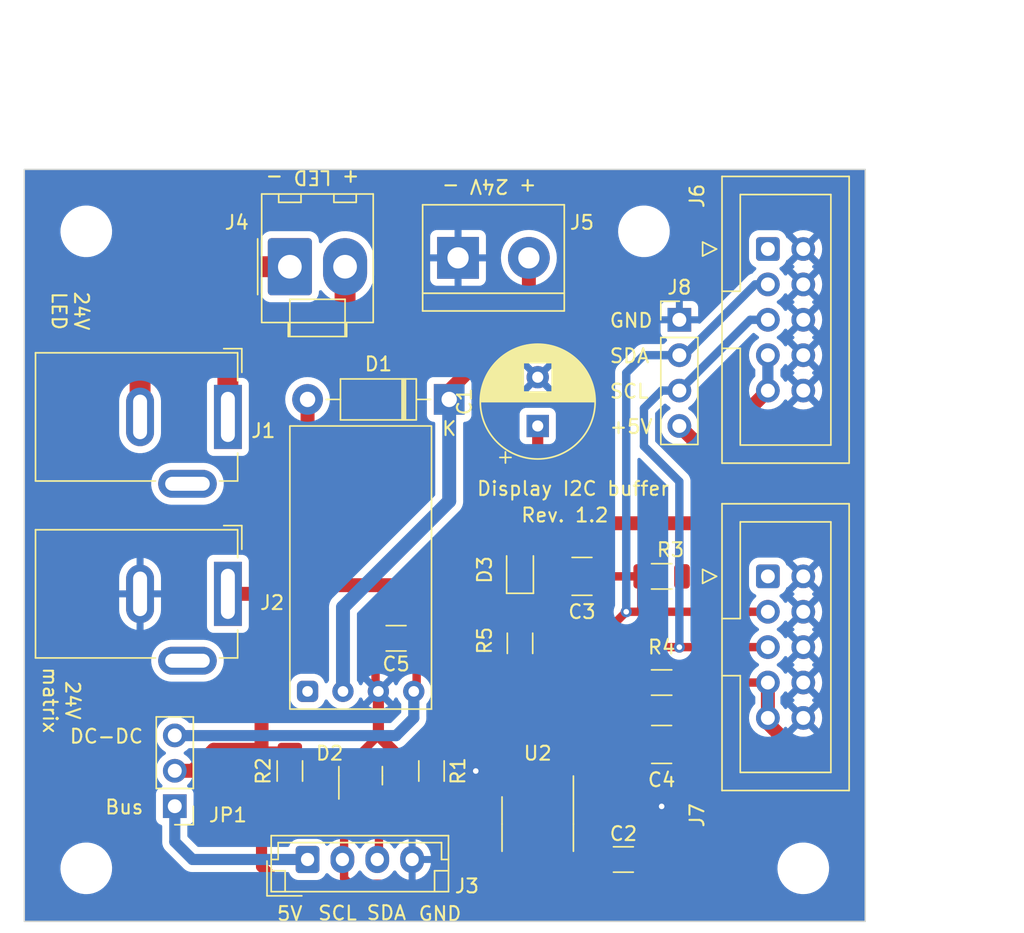
<source format=kicad_pcb>
(kicad_pcb (version 20221018) (generator pcbnew)
  (title_block (title "Display I2C buffer") (rev "1.2") (comment 4 "AISLER Project ID: REQDXBTK"))
  (layers (0 "F.Cu" signal) (31 "B.Cu" signal) (34 "B.Paste" user) (35 "F.Paste" user) (36 "B.SilkS" user "B.Silkscreen") (37 "F.SilkS" user "F.Silkscreen") (38 "B.Mask" user) (39 "F.Mask" user) (44 "Edge.Cuts" user))
  (net 0 "")
  (net 1 "/5V DC-DC")
  (net 2 "GND")
  (net 3 "/24V Matrix")
  (net 4 "Net-(D1-A)")
  (net 5 "/24V LED")
  (net 6 "/SDA")
  (net 7 "/SCL")
  (net 9 "Net-(D3-K)")
  (net 10 "VCC")
  (net 11 "/5V")
  (net 13 "/I2C-SDA")
  (net 14 "/I2C-SCL")
  (net 16 "Net-(J4-Pin_1)")
  (footprint "Connector_IDC:IDC-Header_2x05_P2.54mm_Vertical" (layer "F.Cu") (at 133.35 92.075)
    (fp_text reference "J7" (at -5.08 17.145 90) (layer "F.SilkS"))
    (fp_text value "I2C out")
    (pad "1" thru_hole roundrect (at 0 0) (size 1.7 1.7) (drill 1) (layers "*.Cu" "*.Mask") (roundrect_rratio 0.1470588235))
    (pad "2" thru_hole circle (at 2.54 0) (size 1.7 1.7) (drill 1) (layers "*.Cu" "*.Mask") (net 2 "GND"))
    (pad "3" thru_hole circle (at 0 2.54) (size 1.7 1.7) (drill 1) (layers "*.Cu" "*.Mask") (net 6 "/SDA"))
    (pad "4" thru_hole circle (at 2.54 2.54) (size 1.7 1.7) (drill 1) (layers "*.Cu" "*.Mask") (net 2 "GND"))
    (pad "5" thru_hole circle (at 0 5.08) (size 1.7 1.7) (drill 1) (layers "*.Cu" "*.Mask") (net 7 "/SCL"))
    (pad "6" thru_hole circle (at 2.54 5.08) (size 1.7 1.7) (drill 1) (layers "*.Cu" "*.Mask") (net 2 "GND"))
    (pad "7" thru_hole circle (at 0 7.62) (size 1.7 1.7) (drill 1) (layers "*.Cu" "*.Mask") (net 10 "VCC"))
    (pad "8" thru_hole circle (at 2.54 7.62) (size 1.7 1.7) (drill 1) (layers "*.Cu" "*.Mask") (net 2 "GND"))
    (pad "9" thru_hole circle (at 0 10.16) (size 1.7 1.7) (drill 1) (layers "*.Cu" "*.Mask") (net 10 "VCC"))
    (pad "10" thru_hole circle (at 2.54 10.16) (size 1.7 1.7) (drill 1) (layers "*.Cu" "*.Mask") (net 2 "GND"))
  )
  (footprint "Connector_PinHeader_2.54mm:PinHeader_1x04_P2.54mm_Vertical" (layer "F.Cu") (at 127 73.66)
    (fp_text reference "J8" (at 0 -2.33) (layer "F.SilkS"))
    (fp_text value "I2C")
    (pad "1" thru_hole rect (at 0 0) (size 1.7 1.7) (drill 1) (layers "*.Cu" "*.Mask") (net 2 "GND"))
    (pad "2" thru_hole oval (at 0 2.54) (size 1.7 1.7) (drill 1) (layers "*.Cu" "*.Mask") (net 6 "/SDA"))
    (pad "3" thru_hole oval (at 0 5.08) (size 1.7 1.7) (drill 1) (layers "*.Cu" "*.Mask") (net 7 "/SCL"))
    (pad "4" thru_hole oval (at 0 7.62) (size 1.7 1.7) (drill 1) (layers "*.Cu" "*.Mask") (net 10 "VCC"))
  )
  (footprint "Connector_IDC:IDC-Header_2x05_P2.54mm_Vertical" (layer "F.Cu") (at 133.35 68.58)
    (fp_text reference "J6" (at -5.08 -3.81 90) (layer "F.SilkS"))
    (fp_text value "I2C out")
    (pad "1" thru_hole roundrect (at 0 0) (size 1.7 1.7) (drill 1) (layers "*.Cu" "*.Mask") (roundrect_rratio 0.147059))
    (pad "2" thru_hole circle (at 2.54 0) (size 1.7 1.7) (drill 1) (layers "*.Cu" "*.Mask") (net 2 "GND"))
    (pad "3" thru_hole circle (at 0 2.54) (size 1.7 1.7) (drill 1) (layers "*.Cu" "*.Mask") (net 6 "/SDA"))
    (pad "4" thru_hole circle (at 2.54 2.54) (size 1.7 1.7) (drill 1) (layers "*.Cu" "*.Mask") (net 2 "GND"))
    (pad "5" thru_hole circle (at 0 5.08) (size 1.7 1.7) (drill 1) (layers "*.Cu" "*.Mask") (net 7 "/SCL"))
    (pad "6" thru_hole circle (at 2.54 5.08) (size 1.7 1.7) (drill 1) (layers "*.Cu" "*.Mask") (net 2 "GND"))
    (pad "7" thru_hole circle (at 0 7.62) (size 1.7 1.7) (drill 1) (layers "*.Cu" "*.Mask") (net 10 "VCC"))
    (pad "8" thru_hole circle (at 2.54 7.62) (size 1.7 1.7) (drill 1) (layers "*.Cu" "*.Mask") (net 2 "GND"))
    (pad "9" thru_hole circle (at 0 10.16) (size 1.7 1.7) (drill 1) (layers "*.Cu" "*.Mask") (net 10 "VCC"))
    (pad "10" thru_hole circle (at 2.54 10.16) (size 1.7 1.7) (drill 1) (layers "*.Cu" "*.Mask") (net 2 "GND"))
  )
  (footprint "Diode_THT:D_DO-41_SOD81_P10.16mm_Horizontal" (layer "F.Cu") (at 110.49 79.375 180)
    (fp_text reference "D1" (at 5.08 2.54) (layer "F.SilkS"))
    (fp_text value "1N4007")
    (fp_text user "K" (at 0 -2.1) (layer "F.SilkS"))
    (pad "1" thru_hole rect (at 0 0 180) (size 2.2 2.2) (drill 1.1) (layers "*.Cu" "*.Mask") (net 3 "/24V Matrix"))
    (pad "2" thru_hole oval (at 10.16 0 180) (size 2.2 2.2) (drill 1.1) (layers "*.Cu" "*.Mask") (net 4 "Net-(D1-A)"))
  )
  (footprint "MountingHole:MountingHole_3.2mm_M3_DIN965" (layer "F.Cu") (at 84.455 67.31)
    (fp_text reference "H1" hide)
    (fp_text value "MountingHole")
    (pad "" np_thru_hole circle (at 0 0) (size 3.2 3.2) (drill 3.2) (layers "*.Cu" "*.Mask"))
  )
  (footprint "Capacitor_SMD:C_1210_3225Metric_Pad1.33x2.70mm_HandSolder" (layer "F.Cu") (at 125.73 104.14)
    (fp_text reference "C4" (at 0 2.54) (layer "F.SilkS"))
    (fp_text value "220p")
    (pad "1" smd roundrect (at -1.5625 0) (size 1.325 2.7) (layers "F.Cu" "F.Paste" "F.Mask") (roundrect_rratio 0.188679) (net 7 "/SCL"))
    (pad "2" smd roundrect (at 1.5625 0) (size 1.325 2.7) (layers "F.Cu" "F.Paste" "F.Mask") (roundrect_rratio 0.188679) (net 2 "GND"))
  )
  (footprint "Connector_BarrelJack:BarrelJack_GCT_DCJ200-10-A_Horizontal" (layer "F.Cu") (at 94.615 93.33 -90)
    (fp_text reference "J2" (at 0.635 -3.175 -180) (layer "F.SilkS"))
    (fp_text value "24V-Matrix")
    (pad "1" thru_hole rect (at 0 0 270) (size 4.6 2) (drill oval 3.6 1) (layers "*.Cu" "*.Mask") (net 4 "Net-(D1-A)"))
    (pad "2" thru_hole oval (at 0 6.3 270) (size 4.2 2) (drill oval 3.2 1) (layers "*.Cu" "*.Mask") (net 2 "GND"))
    (pad "3" thru_hole oval (at 4.8 2.9 270) (size 2 4.2) (drill oval 1 3.2) (layers "*.Cu" "*.Mask"))
  )
  (footprint "Resistor_SMD:R_1206_3216Metric" (layer "F.Cu") (at 109.22 106.045 -90)
    (fp_text reference "R1" (at 0 -1.905 90) (layer "F.SilkS"))
    (fp_text value "330" hide)
    (pad "1" smd roundrect (at -1.4625 0 270) (size 1.125 1.75) (layers "F.Cu" "F.Paste" "F.Mask") (roundrect_rratio 0.2222222222) (net 10 "VCC"))
    (pad "2" smd roundrect (at 1.4625 0 270) (size 1.125 1.75) (layers "F.Cu" "F.Paste" "F.Mask") (roundrect_rratio 0.2222222222) (net 13 "/I2C-SDA"))
  )
  (footprint "VictorLib:Mini DC-DC" (layer "F.Cu") (at 105.41 93.98 180)
    (fp_text reference "U1" hide)
    (fp_text value "~")
    (pad "1" thru_hole roundrect (at 5.08 -6.35 180) (size 1.524 1.524) (drill 0.762) (layers "*.Cu" "*.Mask"))
    (pad "2" thru_hole circle (at 2.54 -6.35 180) (size 1.524 1.524) (drill 0.762) (layers "*.Cu" "*.Mask") (net 3 "/24V Matrix"))
    (pad "3" thru_hole circle (at 0 -6.35 180) (size 1.524 1.524) (drill 0.762) (layers "*.Cu" "*.Mask") (net 2 "GND"))
    (pad "4" thru_hole circle (at -2.54 -6.35 180) (size 1.524 1.524) (drill 0.762) (layers "*.Cu" "*.Mask") (net 1 "/5V DC-DC"))
  )
  (footprint "TerminalBlock:TerminalBlock_bornier-2_P5.08mm" (layer "F.Cu") (at 111.125 69.215)
    (fp_text reference "J5" (at 8.89 -2.54) (layer "F.SilkS"))
    (fp_text value "Matrix 24V")
    (pad "1" thru_hole rect (at 0 0) (size 3 3) (drill 1.52) (layers "*.Cu" "*.Mask") (net 2 "GND"))
    (pad "2" thru_hole circle (at 5.08 0) (size 3 3) (drill 1.52) (layers "*.Cu" "*.Mask") (net 3 "/24V Matrix"))
  )
  (footprint "Resistor_SMD:R_1206_3216Metric" (layer "F.Cu") (at 99.06 106.045 -90)
    (fp_text reference "R2" (at 0 1.905 90) (layer "F.SilkS"))
    (fp_text value "330" hide)
    (pad "1" smd roundrect (at -1.4625 0 270) (size 1.125 1.75) (layers "F.Cu" "F.Paste" "F.Mask") (roundrect_rratio 0.2222222222) (net 10 "VCC"))
    (pad "2" smd roundrect (at 1.4625 0 270) (size 1.125 1.75) (layers "F.Cu" "F.Paste" "F.Mask") (roundrect_rratio 0.2222222222) (net 14 "/I2C-SCL"))
  )
  (footprint "Package_SO:SOIC-8_3.9x4.9mm_P1.27mm" (layer "F.Cu") (at 116.84 109.855 -90)
    (fp_text reference "U2" (at -5.08 0 -180) (layer "F.SilkS"))
    (fp_text value "P82B96")
    (pad "1" smd roundrect (at -2.475 -1.905 270) (size 1.95 0.6) (layers "F.Cu" "F.Paste" "F.Mask") (net 6 "/SDA"))
    (pad "2" smd roundrect (at -2.475 -0.635 270) (size 1.95 0.6) (layers "F.Cu" "F.Paste" "F.Mask") (net 13 "/I2C-SDA"))
    (pad "3" smd roundrect (at -2.475 0.635 270) (size 1.95 0.6) (layers "F.Cu" "F.Paste" "F.Mask") (net 13 "/I2C-SDA"))
    (pad "4" smd roundrect (at -2.475 1.905 270) (size 1.95 0.6) (layers "F.Cu" "F.Paste" "F.Mask") (net 2 "GND"))
    (pad "5" smd roundrect (at 2.475 1.905 270) (size 1.95 0.6) (layers "F.Cu" "F.Paste" "F.Mask") (net 14 "/I2C-SCL"))
    (pad "6" smd roundrect (at 2.475 0.635 270) (size 1.95 0.6) (layers "F.Cu" "F.Paste" "F.Mask") (net 14 "/I2C-SCL"))
    (pad "7" smd roundrect (at 2.475 -0.635 270) (size 1.95 0.6) (layers "F.Cu" "F.Paste" "F.Mask") (net 7 "/SCL"))
    (pad "8" smd roundrect (at 2.475 -1.905 270) (size 1.95 0.6) (layers "F.Cu" "F.Paste" "F.Mask") (net 10 "VCC"))
  )
  (footprint "Capacitor_SMD:C_1210_3225Metric_Pad1.33x2.70mm_HandSolder" (layer "F.Cu") (at 120.015 92.075 180)
    (fp_text reference "C3" (at 0 -2.54) (layer "F.SilkS"))
    (fp_text value "220p")
    (pad "1" smd roundrect (at -1.5625 0 180) (size 1.325 2.7) (layers "F.Cu" "F.Paste" "F.Mask") (roundrect_rratio 0.188679) (net 6 "/SDA"))
    (pad "2" smd roundrect (at 1.5625 0 180) (size 1.325 2.7) (layers "F.Cu" "F.Paste" "F.Mask") (roundrect_rratio 0.188679) (net 2 "GND"))
  )
  (footprint "MountingHole:MountingHole_3.2mm_M3_DIN965" (layer "F.Cu") (at 84.455 113.03)
    (fp_text reference "H2" hide)
    (fp_text value "MountingHole")
    (pad "" np_thru_hole circle (at 0 0) (size 3.2 3.2) (drill 3.2) (layers "*.Cu" "*.Mask"))
  )
  (footprint "LED_SMD:LED_0805_2012Metric" (layer "F.Cu") (at 115.57 91.60625 90)
    (fp_text reference "D3" (at 0 -2.54 90) (layer "F.SilkS"))
    (fp_text value "LED")
    (pad "1" smd roundrect (at -0.9375 0 90) (size 0.975 1.4) (layers "F.Cu" "F.Paste" "F.Mask") (net 9 "Net-(D3-K)"))
    (pad "2" smd roundrect (at 0.9375 0 90) (size 0.975 1.4) (layers "F.Cu" "F.Paste" "F.Mask") (net 10 "VCC"))
  )
  (footprint "MountingHole:MountingHole_3.2mm_M3_DIN965" (layer "F.Cu") (at 135.89 113.03)
    (fp_text reference "H4" hide)
    (fp_text value "MountingHole")
    (pad "" np_thru_hole circle (at 0 0) (size 3.2 3.2) (drill 3.2) (layers "*.Cu" "*.Mask"))
  )
  (footprint "Connector_Molex:Molex_KK-396_A-41791-0002_1x02_P3.96mm_Vertical" (layer "F.Cu") (at 99.06 69.85)
    (fp_text reference "J4" (at -3.81 -3.175) (layer "F.SilkS"))
    (fp_text value "LED 24V")
    (pad "1" thru_hole roundrect (at 0 0) (size 3.16 4.1) (drill 1.7) (layers "*.Cu" "*.Mask") (roundrect_rratio 0.07911392405) (net 16 "Net-(J4-Pin_1)"))
    (pad "2" thru_hole oval (at 3.96 0) (size 3.16 4.1) (drill 1.7) (layers "*.Cu" "*.Mask") (net 5 "/24V LED"))
  )
  (footprint "Capacitor_THT:CP_Radial_D8.0mm_P3.50mm" (layer "F.Cu") (at 116.84 81.28 90)
    (fp_text reference "C1" (at 1.75 -5.25 90) (layer "F.SilkS"))
    (fp_text value "220uF")
    (pad "1" thru_hole rect (at 0 0 90) (size 1.6 1.6) (drill 0.8) (layers "*.Cu" "*.Mask") (net 10 "VCC"))
    (pad "2" thru_hole circle (at 3.5 0 90) (size 1.6 1.6) (drill 0.8) (layers "*.Cu" "*.Mask") (net 2 "GND"))
  )
  (footprint "Connector_PinHeader_2.54mm:PinHeader_1x03_P2.54mm_Vertical" (layer "F.Cu") (at 90.805 108.57 180)
    (fp_text reference "JP1" (at -3.81 -0.635) (layer "F.SilkS"))
    (fp_text value "Vin")
    (pad "1" thru_hole rect (at 0 0 180) (size 1.7 1.7) (drill 1) (layers "*.Cu" "*.Mask") (net 11 "/5V"))
    (pad "2" thru_hole oval (at 0 2.54 180) (size 1.7 1.7) (drill 1) (layers "*.Cu" "*.Mask") (net 10 "VCC"))
    (pad "3" thru_hole oval (at 0 5.08 180) (size 1.7 1.7) (drill 1) (layers "*.Cu" "*.Mask") (net 1 "/5V DC-DC"))
  )
  (footprint "Capacitor_SMD:C_1206_3216Metric" (layer "F.Cu") (at 122.985 112.395)
    (fp_text reference "C2" (at 0 -1.85) (layer "F.SilkS"))
    (fp_text value "100nF")
    (pad "1" smd roundrect (at -1.475 0) (size 1.15 1.8) (layers "F.Cu" "F.Paste" "F.Mask") (roundrect_rratio 0.217391) (net 10 "VCC"))
    (pad "2" smd roundrect (at 1.475 0) (size 1.15 1.8) (layers "F.Cu" "F.Paste" "F.Mask") (roundrect_rratio 0.217391) (net 2 "GND"))
  )
  (footprint "Package_TO_SOT_SMD:SOT-23" (layer "F.Cu") (at 104.135851 106.377499 90)
    (fp_text reference "D2" (at 1.6025 -2.22 180) (layer "F.SilkS"))
    (fp_text value "BAT54A")
    (pad "1" smd roundrect (at -0.9375 -0.95 90) (size 1.475 0.6) (layers "F.Cu" "F.Paste" "F.Mask") (net 14 "/I2C-SCL"))
    (pad "2" smd roundrect (at -0.9375 0.95 90) (size 1.475 0.6) (layers "F.Cu" "F.Paste" "F.Mask") (net 13 "/I2C-SDA"))
    (pad "3" smd roundrect (at 0.9375 0 90) (size 1.475 0.6) (layers "F.Cu" "F.Paste" "F.Mask") (net 2 "GND"))
  )
  (footprint "MountingHole:MountingHole_3.2mm_M3_DIN965" (layer "F.Cu") (at 124.46 67.31)
    (fp_text reference "H3" hide)
    (fp_text value "MountingHole")
    (pad "" np_thru_hole circle (at 0 0) (size 3.2 3.2) (drill 3.2) (layers "*.Cu" "*.Mask"))
  )
  (footprint "Resistor_SMD:R_1206_3216Metric" (layer "F.Cu") (at 125.73 99.695 180)
    (fp_text reference "R4" (at 0 2.54) (layer "F.SilkS"))
    (fp_text value "2.2k" hide)
    (pad "1" smd roundrect (at -1.4625 0 180) (size 1.125 1.75) (layers "F.Cu" "F.Paste" "F.Mask") (roundrect_rratio 0.2222222222) (net 10 "VCC"))
    (pad "2" smd roundrect (at 1.4625 0 180) (size 1.125 1.75) (layers "F.Cu" "F.Paste" "F.Mask") (roundrect_rratio 0.2222222222) (net 7 "/SCL"))
  )
  (footprint "Resistor_SMD:R_1206_3216Metric" (layer "F.Cu") (at 115.57 96.87875 90)
    (fp_text reference "R5" (at 0.1925 -2.54 90) (layer "F.SilkS"))
    (fp_text value "330")
    (pad "1" smd roundrect (at -1.4625 0 90) (size 1.125 1.75) (layers "F.Cu" "F.Paste" "F.Mask") (roundrect_rratio 0.2222222222) (net 2 "GND"))
    (pad "2" smd roundrect (at 1.4625 0 90) (size 1.125 1.75) (layers "F.Cu" "F.Paste" "F.Mask") (roundrect_rratio 0.2222222222) (net 9 "Net-(D3-K)"))
  )
  (footprint "Resistor_SMD:R_1206_3216Metric" (layer "F.Cu") (at 125.73 92.075 180)
    (fp_text reference "R3" (at -0.635 1.905) (layer "F.SilkS"))
    (fp_text value "2.2k" hide)
    (pad "1" smd roundrect (at -1.4625 0 180) (size 1.125 1.75) (layers "F.Cu" "F.Paste" "F.Mask") (roundrect_rratio 0.2222222222) (net 10 "VCC"))
    (pad "2" smd roundrect (at 1.4625 0 180) (size 1.125 1.75) (layers "F.Cu" "F.Paste" "F.Mask") (roundrect_rratio 0.2222222222) (net 6 "/SDA"))
  )
  (footprint "Capacitor_SMD:C_1206_3216Metric" (layer "F.Cu") (at 106.68 96.52 180)
    (fp_text reference "C5" (at 0 -1.85) (layer "F.SilkS"))
    (fp_text value "100nF")
    (pad "1" smd roundrect (at -1.475 0 180) (size 1.15 1.8) (layers "F.Cu" "F.Paste" "F.Mask") (roundrect_rratio 0.217391) (net 1 "/5V DC-DC"))
    (pad "2" smd roundrect (at 1.475 0 180) (size 1.15 1.8) (layers "F.Cu" "F.Paste" "F.Mask") (roundrect_rratio 0.217391) (net 2 "GND"))
  )
  (footprint "Connector_BarrelJack:BarrelJack_GCT_DCJ200-10-A_Horizontal" (layer "F.Cu") (at 94.615 80.63 -90)
    (fp_text reference "J1" (at 0.99 -2.54 -180) (layer "F.SilkS"))
    (fp_text value "24V-LED")
    (pad "1" thru_hole rect (at 0 0 270) (size 4.6 2) (drill oval 3.6 1) (layers "*.Cu" "*.Mask") (net 5 "/24V LED"))
    (pad "2" thru_hole oval (at 0 6.3 270) (size 4.2 2) (drill oval 3.2 1) (layers "*.Cu" "*.Mask") (net 16 "Net-(J4-Pin_1)"))
    (pad "3" thru_hole oval (at 4.8 2.9 270) (size 2 4.2) (drill oval 1 3.2) (layers "*.Cu" "*.Mask"))
  )
  (footprint "Connector_JST:JST_EH_B4B-EH-A_1x04_P2.50mm_Vertical" (layer "F.Cu") (at 100.33 112.395)
    (fp_text reference "J3" (at 11.43 1.905) (layer "F.SilkS"))
    (fp_text value "I2C buffered")
    (pad "1" thru_hole roundrect (at 0 0) (size 1.7 1.95) (drill 0.95) (layers "*.Cu" "*.Mask") (roundrect_rratio 0.147059) (net 11 "/5V"))
    (pad "2" thru_hole oval (at 2.5 0) (size 1.7 1.95) (drill 0.95) (layers "*.Cu" "*.Mask") (net 14 "/I2C-SCL"))
    (pad "3" thru_hole oval (at 5 0) (size 1.7 1.95) (drill 0.95) (layers "*.Cu" "*.Mask") (net 13 "/I2C-SDA"))
    (pad "4" thru_hole oval (at 7.5 0) (size 1.7 1.95) (drill 0.95) (layers "*.Cu" "*.Mask") (net 2 "GND"))
  )
  (gr_rect (start 80.01 62.865) (end 140.335 116.84) (stroke (width 0.1)) (fill none) (layer "Edge.Cuts"))
  (gr_text "+5V" (at 121.92 81.915) (layer "F.SilkS") (effects (font (size 1 1)) (justify left bottom)))
  (gr_text "24V\nLED" (at 81.915 73.025 270) (layer "F.SilkS") (effects (font (size 1 1)) (justify bottom)))
  (gr_text "${TITLE}" (at 112.395 86.36) (layer "F.SilkS") (effects (font (size 1 1)) (justify left bottom)))
  (gr_text "+ LED -" (at 104.14 62.865 180) (layer "F.SilkS") (effects (font (size 1 1)) (justify left bottom)))
  (gr_text "DC-DC" (at 83.185 104.14) (layer "F.SilkS") (effects (font (size 1 1)) (justify left bottom)))
  (gr_text "SCL" (at 121.92 79.375) (layer "F.SilkS") (effects (font (size 1 1)) (justify left bottom)))
  (gr_text "+ 24V -" (at 116.84 63.5 180) (layer "F.SilkS") (effects (font (size 1 1)) (justify left bottom)))
  (gr_text "GND" (at 108.207585 116.869729) (layer "F.SilkS") (effects (font (size 1 1)) (justify left bottom)))
  (gr_text "5V" (at 98.047585 116.869729) (layer "F.SilkS") (effects (font (size 1 1)) (justify left bottom)))
  (gr_text "SDA" (at 121.92 76.835) (layer "F.SilkS") (effects (font (size 1 1)) (justify left bottom)))
  (gr_text "Rev. ${REVISION}" (at 115.57 88.265) (layer "F.SilkS") (effects (font (size 1 1)) (justify left bottom)))
  (gr_text "SDA" (at 104.481956 116.809756) (layer "F.SilkS") (effects (font (size 1 1)) (justify left bottom)))
  (gr_text "GND" (at 121.92 74.295) (layer "F.SilkS") (effects (font (size 1 1)) (justify left bottom)))
  (gr_text "Bus" (at 85.725 109.22) (layer "F.SilkS") (effects (font (size 1 1)) (justify left bottom)))
  (gr_text "24V\nmatrix" (at 81.28 100.965 -90) (layer "F.SilkS") (effects (font (size 1 1)) (justify bottom)))
  (gr_text "SCL" (at 100.999392 116.83061) (layer "F.SilkS") (effects (font (size 1 1)) (justify left bottom)))
  (segment (start 108.155 100.125) (end 107.95 100.33) (width 0.6) (layer "F.Cu") (net 1))
  (segment (start 108.155 96.52) (end 108.155 100.125) (width 0.6) (layer "F.Cu") (net 1))
  (segment (start 106.68 103.505) (end 107.95 102.235) (width 0.8) (layer "B.Cu") (net 1))
  (segment (start 107.95 102.235) (end 107.95 100.33) (width 0.8) (layer "B.Cu") (net 1))
  (segment (start 90.82 103.505) (end 106.68 103.505) (width 0.8) (layer "B.Cu") (net 1))
  (segment (start 90.805 103.49) (end 90.82 103.505) (width 0.8) (layer "B.Cu") (net 1))
  (segment (start 112.33 106.045) (end 115.57 102.805) (width 0.8) (layer "F.Cu") (net 2))
  (segment (start 115.57 102.805) (end 115.57 100.33) (width 0.8) (layer "F.Cu") (net 2))
  (segment (start 127.2925 107.0225) (end 127.2925 104.14) (width 0.6) (layer "F.Cu") (net 2))
  (segment (start 104.135851 105.439999) (end 104.135851 104.779149) (width 0.6) (layer "F.Cu") (net 2))
  (segment (start 124.665 109.65) (end 125.73 108.585) (width 0.6) (layer "F.Cu") (net 2))
  (segment (start 118.4525 94.615) (end 118.4525 92.075) (width 0.6) (layer "F.Cu") (net 2))
  (segment (start 104.135851 104.779149) (end 105.41 103.505) (width 0.6) (layer "F.Cu") (net 2))
  (segment (start 113.445 107.38) (end 112.33 106.265) (width 0.8) (layer "F.Cu") (net 2))
  (segment (start 105.41 102.235) (end 105.41 100.965) (width 0.8) (layer "F.Cu") (net 2))
  (segment (start 111.76 106.045) (end 107.95 106.045) (width 0.8) (layer "F.Cu") (net 2))
  (segment (start 125.73 108.585) (end 127.2925 107.0225) (width 0.6) (layer "F.Cu") (net 2))
  (segment (start 118.4525 99.3525) (end 117.475 100.33) (width 0.8) (layer "F.Cu") (net 2))
  (segment (start 115.57 98.34125) (end 115.57 100.33) (width 0.6) (layer "F.Cu") (net 2))
  (segment (start 112.33 106.265) (end 112.33 106.045) (width 0.8) (layer "F.Cu") (net 2))
  (segment (start 113.665 107.38) (end 113.445 107.38) (width 0.8) (layer "F.Cu") (net 2))
  (segment (start 105.41 102.235) (end 105.41 103.505) (width 0.8) (layer "F.Cu") (net 2))
  (segment (start 124.665 112.395) (end 124.665 109.65) (width 0.6) (layer "F.Cu") (net 2))
  (segment (start 118.4525 94.615) (end 118.4525 99.3525) (width 0.8) (layer "F.Cu") (net 2))
  (segment (start 105.205 96.52) (end 105.205 100.125) (width 0.6) (layer "F.Cu") (net 2))
  (segment (start 111.76 106.045) (end 112.33 106.045) (width 0.8) (layer "F.Cu") (net 2))
  (segment (start 114.935 107.38) (end 113.665 107.38) (width 0.6) (layer "F.Cu") (net 2))
  (segment (start 107.95 106.045) (end 105.41 103.505) (width 0.8) (layer "F.Cu") (net 2))
  (segment (start 105.205 100.125) (end 105.41 100.33) (width 0.6) (layer "F.Cu") (net 2))
  (segment (start 117.475 100.33) (end 115.57 100.33) (width 0.8) (layer "F.Cu") (net 2))
  (via (at 112.395 106.045) (size 0.8) (drill 0.4) (layers "F.Cu" "B.Cu") (net 2))
  (via (at 125.73 108.585) (size 0.8) (drill 0.4) (layers "F.Cu" "B.Cu") (net 2))
  (segment (start 116.205 73.025) (end 116.205 69.215) (width 1) (layer "F.Cu") (net 3))
  (segment (start 110.49 79.375) (end 110.49 78.74) (width 1) (layer "F.Cu") (net 3))
  (segment (start 110.49 78.74) (end 116.205 73.025) (width 1) (layer "F.Cu") (net 3))
  (segment (start 110.49 86.6775) (end 110.49 79.375) (width 1) (layer "B.Cu") (net 3))
  (segment (start 102.87 94.2975) (end 110.49 86.6775) (width 1) (layer "B.Cu") (net 3))
  (segment (start 102.87 100.33) (end 102.87 94.2975) (width 1) (layer "B.Cu") (net 3))
  (segment (start 94.615 93.33) (end 97.17 93.33) (width 1) (layer "F.Cu") (net 4))
  (segment (start 97.17 93.33) (end 100.33 90.17) (width 1) (layer "F.Cu") (net 4))
  (segment (start 100.33 90.17) (end 100.33 79.375) (width 1) (layer "F.Cu") (net 4))
  (segment (start 101.6 75.565) (end 103.02 74.145) (width 1.5) (layer "F.Cu") (net 5))
  (segment (start 95.885 75.565) (end 101.6 75.565) (width 1.5) (layer "F.Cu") (net 5))
  (segment (start 103.02 74.145) (end 103.02 69.85) (width 1.5) (layer "F.Cu") (net 5))
  (segment (start 94.615 76.835) (end 95.885 75.565) (width 1.5) (layer "F.Cu") (net 5))
  (segment (start 94.615 80.63) (end 94.615 76.835) (width 1.5) (layer "F.Cu") (net 5))
  (segment (start 121.5775 92.075) (end 124.2675 92.075) (width 0.6) (layer "F.Cu") (net 6))
  (segment (start 119.315 107.38) (end 120.65 106.045) (width 0.6) (layer "F.Cu") (net 6))
  (segment (start 120.65 97.155) (end 123.19 94.615) (width 0.6) (layer "F.Cu") (net 6))
  (segment (start 130.81 94.615) (end 133.35 94.615) (width 0.6) (layer "F.Cu") (net 6))
  (segment (start 124.2675 94.4225) (end 124.46 94.615) (width 0.6) (layer "F.Cu") (net 6))
  (segment (start 118.745 107.38) (end 119.315 107.38) (width 0.6) (layer "F.Cu") (net 6))
  (segment (start 124.2675 92.075) (end 124.2675 94.4225) (width 0.6) (layer "F.Cu") (net 6))
  (segment (start 120.65 106.045) (end 120.65 97.155) (width 0.6) (layer "F.Cu") (net 6))
  (segment (start 123.19 94.615) (end 124.46 94.615) (width 0.6) (layer "F.Cu") (net 6))
  (segment (start 124.46 94.615) (end 132.08 94.615) (width 0.6) (layer "F.Cu") (net 6))
  (via (at 123.19 94.615) (size 0.8) (drill 0.4) (layers "F.Cu" "B.Cu") (net 6))
  (segment (start 132.44 71.12) (end 133.35 71.12) (width 0.6) (layer "B.Cu") (net 6))
  (segment (start 127.36 76.2) (end 132.44 71.12) (width 0.6) (layer "B.Cu") (net 6))
  (segment (start 123.19 77.47) (end 124.46 76.2) (width 0.6) (layer "B.Cu") (net 6))
  (segment (start 124.46 76.2) (end 127.36 76.2) (width 0.6) (layer "B.Cu") (net 6))
  (segment (start 123.19 94.615) (end 123.19 77.47) (width 0.6) (layer "B.Cu") (net 6))
  (segment (start 121.92 107.11934) (end 117.60934 111.43) (width 0.6) (layer "F.Cu") (net 7))
  (segment (start 124.1675 103.505) (end 124.1675 99.795) (width 0.6) (layer "F.Cu") (net 7))
  (segment (start 123.444 97.155) (end 121.92 98.679) (width 0.6) (layer "F.Cu") (net 7))
  (segment (start 127 97.155) (end 123.444 97.155) (width 0.6) (layer "F.Cu") (net 7))
  (segment (start 133.35 97.155) (end 127 97.155) (width 0.6) (layer "F.Cu") (net 7))
  (segment (start 124.1675 99.795) (end 124.2675 99.695) (width 0.6) (layer "F.Cu") (net 7))
  (segment (start 121.92 98.679) (end 121.92 107.11934) (width 0.6) (layer "F.Cu") (net 7))
  (segment (start 124.2675 99.695) (end 124.2675 97.3475) (width 0.6) (layer "F.Cu") (net 7))
  (via (at 127 97.155) (size 0.8) (drill 0.4) (layers "F.Cu" "B.Cu") (net 7))
  (segment (start 127 97.155) (end 127 85.27) (width 0.6) (layer "B.Cu") (net 7))
  (segment (start 124.46 80.01) (end 125.73 78.74) (width 0.6) (layer "B.Cu") (net 7))
  (segment (start 125.73 78.74) (end 127 78.74) (width 0.6) (layer "B.Cu") (net 7))
  (segment (start 127 85.27) (end 124.46 82.73) (width 0.6) (layer "B.Cu") (net 7))
  (segment (start 132.08 73.66) (end 133.35 73.66) (width 0.6) (layer "B.Cu") (net 7))
  (segment (start 124.46 82.73) (end 124.46 80.01) (width 0.6) (layer "B.Cu") (net 7))
  (segment (start 127 78.74) (end 132.08 73.66) (width 0.6) (layer "B.Cu") (net 7))
  (segment (start 115.57 95.41625) (end 115.57 92.54375) (width 0.6) (layer "F.Cu") (net 9))
  (segment (start 109.22 92.71) (end 110.49 93.98) (width 0.6) (layer "F.Cu") (net 10))
  (segment (start 97.028 104.521) (end 93.599 104.521) (width 1) (layer "F.Cu") (net 10))
  (segment (start 133.35 78.74) (end 129.54 82.55) (width 1) (layer "F.Cu") (net 10))
  (segment (start 133.35 102.615) (end 133.35 99.695) (width 1) (layer "F.Cu") (net 10))
  (segment (start 116.84 88.265) (end 113.665 88.265) (width 1) (layer "F.Cu") (net 10))
  (segment (start 93.599 104.521) (end 92.09 106.03) (width 1) (layer "F.Cu") (net 10))
  (segment (start 127 91.8825) (end 127.1925 92.075) (width 0.6) (layer "F.Cu") (net 10))
  (segment (start 118.745 112.33) (end 121.65 112.33) (width 0.6) (layer "F.Cu") (net 10))
  (segment (start 110.49 93.98) (end 110.49 103.3125) (width 0.6) (layer "F.Cu") (net 10))
  (segment (start 129.54 88.265) (end 130.81 89.535) (width 1) (layer "F.Cu") (net 10))
  (segment (start 137.16 89.535) (end 138.176 90.551) (width 1) (layer "F.Cu") (net 10))
  (segment (start 130.81 89.535) (end 137.16 89.535) (width 1) (layer "F.Cu") (net 10))
  (segment (start 133.35 99.695) (end 127.1925 99.695) (width 0.6) (layer "F.Cu") (net 10))
  (segment (start 134.826958 104.091958) (end 133.35 102.615) (width 1) (layer "F.Cu") (net 10))
  (segment (start 99.425 115.3) (end 97.028 112.903) (width 0.8) (layer "F.Cu") (net 10))
  (segment (start 97.028 97.282) (end 97.028 104.521) (width 1) (layer "F.Cu") (net 10))
  (segment (start 138.176 102.997) (end 137.081042 104.091958) (width 1) (layer "F.Cu") (net 10))
  (segment (start 113.665 88.265) (end 109.22 92.71) (width 1) (layer "F.Cu") (net 10))
  (segment (start 97.028 112.903) (end 97.028 104.521) (width 0.8) (layer "F.Cu") (net 10))
  (segment (start 115.57 90.66875) (end 115.57 88.265) (width 0.6) (layer "F.Cu") (net 10))
  (segment (start 118.11 114.3) (end 118.745 113.665) (width 0.6) (layer "F.Cu") (net 10))
  (segment (start 118.11 114.3) (end 112.395 114.3) (width 0.8) (layer "F.Cu") (net 10))
  (segment (start 138.176 90.551) (end 138.176 102.997) (width 1) (layer "F.Cu") (net 10))
  (segment (start 129.54 82.55) (end 129.54 88.265) (width 1) (layer "F.Cu") (net 10))
  (segment (start 118.745 113.665) (end 118.745 112.33) (width 0.6) (layer "F.Cu") (net 10))
  (segment (start 112.395 114.3) (end 111.395 115.3) (width 0.8) (layer "F.Cu") (net 10))
  (segment (start 99.06 104.5825) (end 97.0895 104.5825) (width 0.6) (layer "F.Cu") (net 10))
  (segment (start 109.2815 104.521) (end 109.22 104.521) (width 0.6) (layer "F.Cu") (net 10))
  (segment (start 129.54 82.55) (end 128.27 82.55) (width 1) (layer "F.Cu") (net 10))
  (segment (start 92.09 106.03) (end 90.805 106.03) (width 1) (layer "F.Cu") (net 10))
  (segment (start 97.0895 104.5825) (end 97.028 104.521) (width 1) (layer "F.Cu") (net 10))
  (segment (start 110.49 103.3125) (end 109.2815 104.521) (width 0.6) (layer "F.Cu") (net 10))
  (segment (start 137.081042 104.091958) (end 134.826958 104.091958) (width 1) (layer "F.Cu") (net 10))
  (segment (start 128.27 82.55) (end 127 81.28) (width 1) (layer "F.Cu") (net 10))
  (segment (start 116.84 88.265) (end 116.84 81.28) (width 0.8) (layer "F.Cu") (net 10))
  (segment (start 116.84 88.265) (end 129.54 88.265) (width 1) (layer "F.Cu") (net 10))
  (segment (start 109.22 92.71) (end 101.6 92.71) (width 1) (layer "F.Cu") (net 10))
  (segment (start 101.6 92.71) (end 97.028 97.282) (width 1) (layer "F.Cu") (net 10))
  (segment (start 111.395 115.3) (end 99.425 115.3) (width 0.8) (layer "F.Cu") (net 10))
  (segment (start 127 88.9) (end 127 91.8825) (width 0.6) (layer "F.Cu") (net 10))
  (segment (start 133.35 99.695) (end 133.35 102.235) (width 0.8) (layer "B.Cu") (net 10))
  (segment (start 133.35 76.2) (end 133.35 78.74) (width 0.8) (layer "B.Cu") (net 10))
  (segment (start 90.805 108.57) (end 90.805 111.125) (width 0.8) (layer "B.Cu") (net 11))
  (segment (start 90.805 111.125) (end 92.075 112.395) (width 0.8) (layer "B.Cu") (net 11))
  (segment (start 92.075 112.395) (end 100.33 112.395) (width 0.8) (layer "B.Cu") (net 11))
  (segment (start 105.45 112.395) (end 105.45 109.855) (width 0.6) (layer "F.Cu") (net 13))
  (segment (start 116.205 107.38) (end 116.205 109.22) (width 0.6) (layer "F.Cu") (net 13))
  (segment (start 105.45 107.679148) (end 105.085851 107.314999) (width 0.6) (layer "F.Cu") (net 13))
  (segment (start 116.205 107.38) (end 117.475 107.38) (width 0.4) (layer "F.Cu") (net 13))
  (segment (start 109.22 109.855) (end 115.57 109.855) (width 0.6) (layer "F.Cu") (net 13))
  (segment (start 105.45 109.855) (end 105.45 107.679148) (width 0.6) (layer "F.Cu") (net 13))
  (segment (start 115.57 109.855) (end 116.205 109.22) (width 0.6) (layer "F.Cu") (net 13))
  (segment (start 109.22 109.855) (end 105.45 109.855) (width 0.6) (layer "F.Cu") (net 13))
  (segment (start 109.22 109.855) (end 109.22 107.5075) (width 0.6) (layer "F.Cu") (net 13))
  (segment (start 102.95 113.745) (end 102.95 107.55085) (width 0.6) (layer "F.Cu") (net 14))
  (segment (start 114.935 112.33) (end 116.205 112.33) (width 0.4) (layer "F.Cu") (net 14))
  (segment (start 99.06 107.5075) (end 99.06 109.31625) (width 0.6) (layer "F.Cu") (net 14))
  (segment (start 103.339788 114.134788) (end 102.95 113.745) (width 0.6) (layer "F.Cu") (net 14))
  (segment (start 102.95 107.55085) (end 103.185851 107.314999) (width 0.6) (layer "F.Cu") (net 14))
  (segment (start 111.825 112.33) (end 110.020212 114.134788) (width 0.6) (layer "F.Cu") (net 14))
  (segment (start 99.59875 109.855) (end 102.95 109.855) (width 0.6) (layer "F.Cu") (net 14))
  (segment (start 110.020212 114.134788) (end 103.339788 114.134788) (width 0.6) (layer "F.Cu") (net 14))
  (segment (start 99.06 109.31625) (end 99.59875 109.855) (width 0.6) (layer "F.Cu") (net 14))
  (segment (start 114.935 112.33) (end 111.825 112.33) (width 0.6) (layer "F.Cu") (net 14))
  (segment (start 88.315 80.595) (end 88.315 75.515) (width 1.5) (layer "F.Cu") (net 16))
  (segment (start 88.315 75.515) (end 93.98 69.85) (width 1.5) (layer "F.Cu") (net 16))
  (segment (start 93.98 69.85) (end 99.06 69.85) (width 1.5) (layer "F.Cu") (net 16))
  (zone (net 2) (net_name "GND") (layer "B.Cu") (priority 1) (connect_pads (clearance 0.5)) (min_thickness 0.25) (fill yes (thermal_gap 0.5) (thermal_bridge_width 0.5))
    (polygon (pts (xy 80.01 62.865) (xy 140.335 62.865) (xy 140.335 116.84) (xy 80.01 116.84)))
  )
)
</source>
